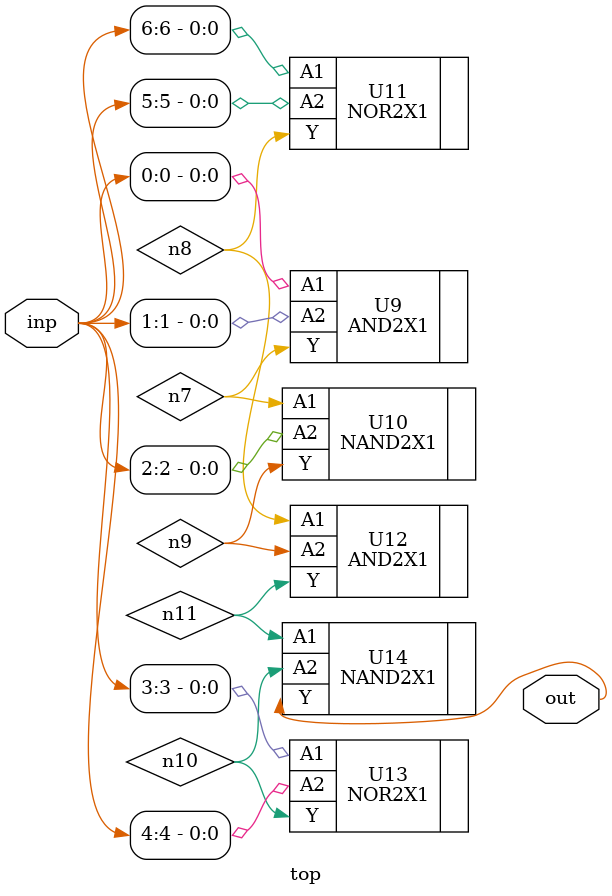
<source format=sv>


module top ( inp, out );
  input [6:0] inp;
  output out;
  wire   n7, n8, n9, n10, n11;

  AND2X1 U9 ( .A1(inp[0]), .A2(inp[1]), .Y(n7) );
  NAND2X1 U10 ( .A1(n7), .A2(inp[2]), .Y(n9) );
  NOR2X1 U11 ( .A1(inp[6]), .A2(inp[5]), .Y(n8) );
  AND2X1 U12 ( .A1(n8), .A2(n9), .Y(n11) );
  NOR2X1 U13 ( .A1(inp[3]), .A2(inp[4]), .Y(n10) );
  NAND2X1 U14 ( .A1(n11), .A2(n10), .Y(out) );
endmodule


</source>
